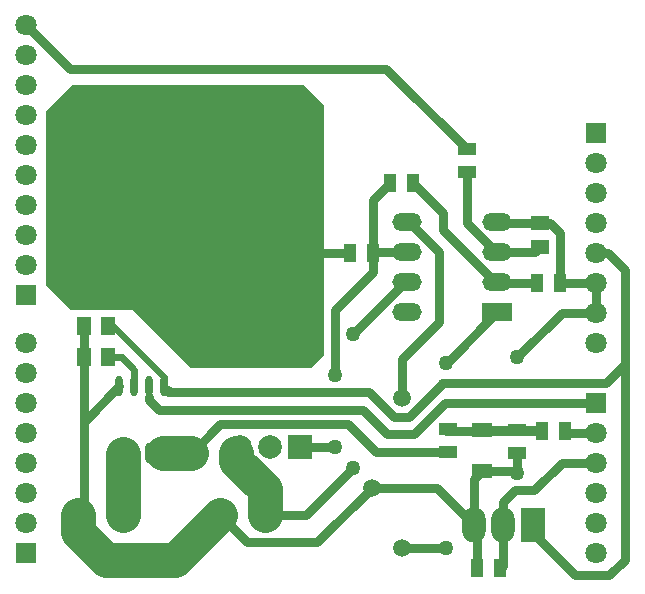
<source format=gtl>
G04 Layer_Physical_Order=1*
G04 Layer_Color=255*
%FSLAX44Y44*%
%MOMM*%
G71*
G01*
G75*
%ADD10R,1.0500X1.6000*%
%ADD11R,1.1430X1.5240*%
%ADD12O,0.6500X1.7500*%
%ADD13O,0.6500X1.7500*%
%ADD14R,1.6000X1.0500*%
%ADD15R,1.5240X1.1430*%
%ADD16R,1.7000X1.3000*%
G04:AMPARAMS|DCode=17|XSize=9mm|YSize=12mm|CornerRadius=2.25mm|HoleSize=0mm|Usage=FLASHONLY|Rotation=180.000|XOffset=0mm|YOffset=0mm|HoleType=Round|Shape=RoundedRectangle|*
%AMROUNDEDRECTD17*
21,1,9.0000,7.5000,0,0,180.0*
21,1,4.5000,12.0000,0,0,180.0*
1,1,4.5000,-2.2500,3.7500*
1,1,4.5000,2.2500,3.7500*
1,1,4.5000,2.2500,-3.7500*
1,1,4.5000,-2.2500,-3.7500*
%
%ADD17ROUNDEDRECTD17*%
%ADD18C,0.8000*%
%ADD19C,0.6000*%
%ADD20C,3.0000*%
%ADD21O,2.5000X1.5000*%
%ADD22R,2.5000X1.5000*%
%ADD23C,1.8000*%
%ADD24O,2.0000X3.0000*%
%ADD25R,2.0000X3.0000*%
%ADD26R,1.8000X1.8000*%
%ADD27P,6.4944X8X202.5*%
%ADD28R,2.0000X2.0000*%
%ADD29C,2.0000*%
%ADD30C,1.5000*%
%ADD31C,1.2700*%
%ADD32C,0.8000*%
G36*
X-1000800Y406000D02*
X-1004800Y402000D01*
Y389000D01*
Y255000D01*
X-995800Y246000D01*
X-983800Y234000D01*
X-931800Y234000D01*
X-910800Y213000D01*
X-882800Y185000D01*
X-804800D01*
X-780800Y185000D01*
X-769800Y196000D01*
X-769800Y279000D01*
X-769800Y283000D01*
X-777800Y283000D01*
X-798800Y283000D01*
X-776120D01*
X-773800Y283000D01*
X-769800D01*
Y407000D01*
X-783800Y421000D01*
X-786800Y424000D01*
X-982800D01*
X-1000800Y406000D01*
D02*
G37*
D10*
X-565050Y131000D02*
D03*
X-584550D02*
D03*
X-694050Y341000D02*
D03*
X-713550D02*
D03*
X-747550Y282000D02*
D03*
X-728050D02*
D03*
X-589550Y257000D02*
D03*
X-570050D02*
D03*
X-620050Y15000D02*
D03*
X-639550D02*
D03*
D11*
X-972960Y220000D02*
D03*
X-952640D02*
D03*
X-972960Y194000D02*
D03*
X-952640D02*
D03*
D12*
X-917450Y113000D02*
D03*
X-904750D02*
D03*
D13*
X-930150D02*
D03*
X-942850D02*
D03*
Y169000D02*
D03*
X-930150D02*
D03*
X-917450D02*
D03*
X-904750D02*
D03*
D14*
X-648800Y350250D02*
D03*
Y369750D02*
D03*
X-664800Y113250D02*
D03*
Y132750D02*
D03*
X-605800Y131750D02*
D03*
Y112250D02*
D03*
D15*
X-586800Y286840D02*
D03*
Y307160D02*
D03*
D16*
X-635800Y132500D02*
D03*
Y97500D02*
D03*
D17*
X-814800Y249750D02*
D03*
D18*
X-710220Y143500D02*
X-731370Y164650D01*
X-901400D01*
X-514800Y188000D02*
X-530600Y172200D01*
X-551514D01*
X-551714Y172000D01*
X-669800D01*
Y171080D02*
Y172000D01*
Y171080D02*
X-697380Y143500D01*
X-710220D01*
X-901400Y164650D02*
Y165650D01*
X-917450Y157650D02*
Y160290D01*
X-908800Y149000D02*
X-917450Y157650D01*
X-736072Y149000D02*
X-908800D01*
X-716072Y129000D02*
X-736072Y149000D01*
X-693114Y129000D02*
X-716072D01*
X-666914Y155200D02*
X-693114Y129000D01*
X-857327Y137000D02*
X-881327Y113000D01*
X-748800Y137000D02*
X-857327D01*
X-725050Y113250D02*
X-748800Y137000D01*
X-539200Y155200D02*
X-666914D01*
X-881327Y113000D02*
X-881800D01*
X-664800Y113250D02*
X-725050D01*
X-747550Y282000D02*
X-811800D01*
X-814800Y285000D01*
X-728050Y265750D02*
X-759800Y234000D01*
Y181000D02*
Y234000D01*
Y181000D02*
X-761800Y179000D01*
X-744800Y100000D02*
X-784800Y60000D01*
X-668800Y315750D02*
X-694050Y341000D01*
X-668800Y301880D02*
Y315750D01*
X-623920Y257000D02*
X-668800Y301880D01*
X-727350Y282700D02*
X-728050Y282000D01*
X-698900Y282700D02*
X-727350D01*
X-728050Y265750D02*
Y282000D01*
X-713550Y341000D02*
X-728050Y326500D01*
Y282000D02*
Y326500D01*
X-648800Y369750D02*
X-717050Y438000D01*
X-984560D02*
X-1021800Y475240D01*
X-717050Y438000D02*
X-984560D01*
X-665800Y32000D02*
X-665800Y32000D01*
X-703800D01*
X-759800Y118000D02*
X-789400D01*
X-584550Y131000D02*
X-666050D01*
X-667800Y132750D01*
X-539200Y129800D02*
X-563850D01*
X-700500Y257300D02*
X-744800Y213000D01*
X-698900Y257300D02*
X-700500D01*
X-665600Y189000D02*
X-665800D01*
X-622700Y231900D02*
X-665600Y189000D01*
X-671800Y224000D02*
Y282520D01*
X-697380Y308100D02*
X-698900D01*
X-703800Y159000D02*
Y192000D01*
X-671800Y224000D02*
X-703800Y192000D01*
X-671800Y282520D02*
X-697380Y308100D01*
X-589550Y257000D02*
X-623920D01*
X-648800Y307280D02*
Y350250D01*
X-624220Y282700D02*
X-648800Y307280D01*
X-622700Y282700D02*
X-624220D01*
X-590940D02*
X-622700D01*
X-586800Y286840D02*
X-590940Y282700D01*
X-621760Y307160D02*
X-622700Y308100D01*
X-586800Y307160D02*
X-621760D01*
X-577960D02*
X-586800D01*
X-570050Y299250D02*
X-577960Y307160D01*
X-570050Y257000D02*
Y299250D01*
X-539200Y256800D02*
X-569850D01*
X-539200Y231400D02*
Y256800D01*
Y231400D02*
X-568400D01*
X-605800Y194000D01*
Y96000D02*
Y112250D01*
Y96000D02*
X-607300Y97500D01*
X-635800D01*
X-642800Y90500D01*
Y52000D02*
Y90500D01*
X-972960Y138890D02*
Y194000D01*
Y64890D02*
Y138890D01*
X-942850Y169000D02*
X-972960Y138890D01*
Y194000D02*
Y220000D01*
Y64890D02*
X-977850Y60000D01*
X-784800D02*
X-819750D01*
X-834850Y37000D02*
X-857850Y60000D01*
X-729200Y82800D02*
X-775000Y37000D01*
X-673600Y82800D02*
X-729200D01*
X-775000Y37000D02*
X-834850D01*
X-642800Y52000D02*
X-673600Y82800D01*
X-529000Y282200D02*
X-539200D01*
X-514800Y268000D02*
X-529000Y282200D01*
X-514800Y22270D02*
X-527800Y9270D01*
X-557070D01*
X-592800Y45000D01*
Y52000D01*
X-617800D02*
Y71000D01*
X-607800Y81000D02*
X-617800Y71000D01*
Y17250D02*
Y52000D01*
Y17250D02*
X-620050Y15000D01*
X-639550D02*
Y48750D01*
X-514800Y22270D02*
Y188000D01*
Y268000D01*
X-539200Y104400D02*
X-568400D01*
X-591800Y81000D01*
X-607800D01*
D19*
X-901400Y165650D02*
X-904750Y169000D01*
X-586300Y132750D02*
X-635800D01*
X-569850Y256800D02*
X-570050Y257000D01*
X-698794Y282700D02*
X-698900D01*
X-1017160Y369000D02*
X-1021800Y373640D01*
X-584550Y131000D02*
X-586300Y132750D01*
X-563850Y129800D02*
X-565050Y131000D01*
X-930150Y169000D02*
Y183350D01*
X-940800Y194000D01*
X-952640D01*
X-904750Y169000D02*
Y176950D01*
X-947800Y220000D01*
X-952640D01*
D20*
X-832300Y267500D02*
X-861800Y238000D01*
X-814800Y285000D02*
X-832300Y267500D01*
X-857850Y60000D02*
X-895850Y22000D01*
X-953800D01*
X-977850Y46050D01*
Y60000D01*
X-819750Y81938D02*
X-843800Y105988D01*
Y113000D01*
X-819750Y60000D02*
Y81938D01*
X-939750Y60000D02*
Y112000D01*
X-861800Y238000D02*
X-881800D01*
Y113000D02*
X-904750D01*
X-905762D01*
D21*
X-698900Y308100D02*
D03*
Y282700D02*
D03*
Y257300D02*
D03*
Y231900D02*
D03*
X-622700Y308100D02*
D03*
Y282700D02*
D03*
Y257300D02*
D03*
D22*
Y231900D02*
D03*
D23*
X-881800Y238000D02*
D03*
Y113000D02*
D03*
X-1021800Y449840D02*
D03*
Y475240D02*
D03*
Y424440D02*
D03*
Y399040D02*
D03*
Y373640D02*
D03*
Y348240D02*
D03*
Y322840D02*
D03*
Y297440D02*
D03*
Y272040D02*
D03*
X-539200Y206000D02*
D03*
Y231400D02*
D03*
Y256800D02*
D03*
Y282200D02*
D03*
Y307600D02*
D03*
Y333000D02*
D03*
Y358400D02*
D03*
X-1021800Y206000D02*
D03*
Y180600D02*
D03*
Y155200D02*
D03*
Y129800D02*
D03*
Y104400D02*
D03*
Y79000D02*
D03*
Y53600D02*
D03*
X-539200Y129800D02*
D03*
Y104400D02*
D03*
Y79000D02*
D03*
Y53600D02*
D03*
Y28200D02*
D03*
D24*
X-642800Y52000D02*
D03*
X-617800D02*
D03*
D25*
X-592800D02*
D03*
D26*
X-1021800Y246640D02*
D03*
X-539200Y383800D02*
D03*
X-1021800Y28200D02*
D03*
X-539200Y155200D02*
D03*
D27*
X-814800Y285000D02*
D03*
D28*
X-789400Y118000D02*
D03*
X-977850Y60000D02*
D03*
X-857850D02*
D03*
D29*
X-814800Y118000D02*
D03*
X-840200D02*
D03*
X-939750Y60000D02*
D03*
X-819750D02*
D03*
D30*
X-703800Y32000D02*
D03*
X-729200Y82800D02*
D03*
X-703800Y159000D02*
D03*
D31*
X-744800Y213000D02*
D03*
X-665800Y32000D02*
D03*
Y189000D02*
D03*
X-605800Y96000D02*
D03*
Y194000D02*
D03*
X-759800Y118000D02*
D03*
Y179000D02*
D03*
X-744800Y100000D02*
D03*
D32*
X-814800Y309750D02*
D03*
X-790050Y285000D02*
D03*
X-814800Y260250D02*
D03*
X-839550Y285000D02*
D03*
X-832300Y267500D02*
D03*
X-797300D02*
D03*
Y302500D02*
D03*
X-832300D02*
D03*
M02*

</source>
